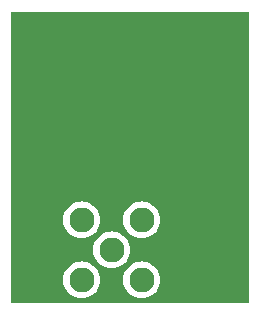
<source format=gbr>
%TF.GenerationSoftware,KiCad,Pcbnew,7.0.8*%
%TF.CreationDate,2024-07-12T13:32:42-07:00*%
%TF.ProjectId,RFBackscatterV1,52464261-636b-4736-9361-747465725631,rev?*%
%TF.SameCoordinates,Original*%
%TF.FileFunction,Copper,L2,Bot*%
%TF.FilePolarity,Positive*%
%FSLAX46Y46*%
G04 Gerber Fmt 4.6, Leading zero omitted, Abs format (unit mm)*
G04 Created by KiCad (PCBNEW 7.0.8) date 2024-07-12 13:32:42*
%MOMM*%
%LPD*%
G01*
G04 APERTURE LIST*
%TA.AperFunction,ComponentPad*%
%ADD10C,2.108200*%
%TD*%
%TA.AperFunction,ViaPad*%
%ADD11C,0.800000*%
%TD*%
G04 APERTURE END LIST*
D10*
%TO.P,J1,1,1*%
%TO.N,Net-(C1-Pad2)*%
X170180000Y-92417900D03*
%TO.P,J1,2,2*%
%TO.N,Net-(C3-Pad2)*%
X172720000Y-94957900D03*
%TO.P,J1,3,3*%
X172720000Y-89877900D03*
%TO.P,J1,4,4*%
X167640000Y-89877900D03*
%TO.P,J1,5,5*%
X167640000Y-94957900D03*
%TD*%
D11*
%TO.N,GND*%
X170750000Y-86950000D03*
X173300000Y-79100000D03*
X172700000Y-83000000D03*
%TD*%
%TA.AperFunction,Conductor*%
%TO.N,GND*%
G36*
X181742539Y-72270185D02*
G01*
X181788294Y-72322989D01*
X181799500Y-72374500D01*
X181799500Y-96775500D01*
X181779815Y-96842539D01*
X181727011Y-96888294D01*
X181675500Y-96899500D01*
X161774500Y-96899500D01*
X161707461Y-96879815D01*
X161661706Y-96827011D01*
X161650500Y-96775500D01*
X161650500Y-94957900D01*
X166080593Y-94957900D01*
X166099792Y-95201848D01*
X166156915Y-95439783D01*
X166156915Y-95439784D01*
X166250555Y-95665852D01*
X166250557Y-95665855D01*
X166378409Y-95874490D01*
X166378410Y-95874493D01*
X166378413Y-95874496D01*
X166537333Y-96060567D01*
X166681370Y-96183587D01*
X166723406Y-96219489D01*
X166723409Y-96219490D01*
X166932044Y-96347342D01*
X166932047Y-96347344D01*
X167158116Y-96440984D01*
X167362301Y-96490004D01*
X167396055Y-96498108D01*
X167640000Y-96517307D01*
X167883945Y-96498108D01*
X168121883Y-96440984D01*
X168121884Y-96440984D01*
X168347952Y-96347344D01*
X168347953Y-96347343D01*
X168347956Y-96347342D01*
X168556596Y-96219487D01*
X168742667Y-96060567D01*
X168901587Y-95874496D01*
X169029442Y-95665856D01*
X169123084Y-95439783D01*
X169180208Y-95201845D01*
X169199407Y-94957900D01*
X171160593Y-94957900D01*
X171179792Y-95201848D01*
X171236915Y-95439783D01*
X171236915Y-95439784D01*
X171330555Y-95665852D01*
X171330557Y-95665855D01*
X171458409Y-95874490D01*
X171458410Y-95874493D01*
X171458413Y-95874496D01*
X171617333Y-96060567D01*
X171761370Y-96183587D01*
X171803406Y-96219489D01*
X171803409Y-96219490D01*
X172012044Y-96347342D01*
X172012047Y-96347344D01*
X172238116Y-96440984D01*
X172442301Y-96490004D01*
X172476055Y-96498108D01*
X172720000Y-96517307D01*
X172963945Y-96498108D01*
X173201883Y-96440984D01*
X173201884Y-96440984D01*
X173427952Y-96347344D01*
X173427953Y-96347343D01*
X173427956Y-96347342D01*
X173636596Y-96219487D01*
X173822667Y-96060567D01*
X173981587Y-95874496D01*
X174109442Y-95665856D01*
X174203084Y-95439783D01*
X174260208Y-95201845D01*
X174279407Y-94957900D01*
X174260208Y-94713955D01*
X174203084Y-94476017D01*
X174203084Y-94476016D01*
X174203084Y-94476015D01*
X174109444Y-94249947D01*
X174109442Y-94249944D01*
X173981590Y-94041309D01*
X173981589Y-94041306D01*
X173926927Y-93977306D01*
X173822667Y-93855233D01*
X173699645Y-93750162D01*
X173636593Y-93696310D01*
X173636590Y-93696309D01*
X173427955Y-93568457D01*
X173427952Y-93568455D01*
X173201883Y-93474815D01*
X172963948Y-93417692D01*
X172720000Y-93398493D01*
X172476051Y-93417692D01*
X172238116Y-93474815D01*
X172238115Y-93474815D01*
X172012047Y-93568455D01*
X172012044Y-93568457D01*
X171803409Y-93696309D01*
X171803406Y-93696310D01*
X171617333Y-93855233D01*
X171458410Y-94041306D01*
X171458409Y-94041309D01*
X171330557Y-94249944D01*
X171330555Y-94249947D01*
X171236915Y-94476015D01*
X171236915Y-94476016D01*
X171179792Y-94713951D01*
X171160593Y-94957900D01*
X169199407Y-94957900D01*
X169180208Y-94713955D01*
X169123084Y-94476017D01*
X169123084Y-94476016D01*
X169123084Y-94476015D01*
X169029444Y-94249947D01*
X169029442Y-94249944D01*
X168901590Y-94041309D01*
X168901589Y-94041306D01*
X168846927Y-93977306D01*
X168742667Y-93855233D01*
X168619645Y-93750162D01*
X168556593Y-93696310D01*
X168556590Y-93696309D01*
X168347955Y-93568457D01*
X168347952Y-93568455D01*
X168121883Y-93474815D01*
X167883948Y-93417692D01*
X167640000Y-93398493D01*
X167396051Y-93417692D01*
X167158116Y-93474815D01*
X167158115Y-93474815D01*
X166932047Y-93568455D01*
X166932044Y-93568457D01*
X166723409Y-93696309D01*
X166723406Y-93696310D01*
X166537333Y-93855233D01*
X166378410Y-94041306D01*
X166378409Y-94041309D01*
X166250557Y-94249944D01*
X166250555Y-94249947D01*
X166156915Y-94476015D01*
X166156915Y-94476016D01*
X166099792Y-94713951D01*
X166080593Y-94957900D01*
X161650500Y-94957900D01*
X161650500Y-92417900D01*
X168620593Y-92417900D01*
X168639792Y-92661848D01*
X168696915Y-92899783D01*
X168696915Y-92899784D01*
X168790555Y-93125852D01*
X168790557Y-93125855D01*
X168918409Y-93334490D01*
X168918410Y-93334493D01*
X168918413Y-93334496D01*
X169077333Y-93520567D01*
X169221370Y-93643587D01*
X169263406Y-93679489D01*
X169263408Y-93679489D01*
X169472044Y-93807342D01*
X169472047Y-93807344D01*
X169698116Y-93900984D01*
X169902301Y-93950004D01*
X169936055Y-93958108D01*
X170180000Y-93977307D01*
X170423945Y-93958108D01*
X170661883Y-93900984D01*
X170661884Y-93900984D01*
X170887952Y-93807344D01*
X170887953Y-93807343D01*
X170887956Y-93807342D01*
X171096596Y-93679487D01*
X171282667Y-93520567D01*
X171441587Y-93334496D01*
X171569442Y-93125856D01*
X171663084Y-92899783D01*
X171720208Y-92661845D01*
X171739407Y-92417900D01*
X171720208Y-92173955D01*
X171663084Y-91936017D01*
X171663084Y-91936016D01*
X171663084Y-91936015D01*
X171569444Y-91709947D01*
X171569442Y-91709944D01*
X171441590Y-91501309D01*
X171441589Y-91501306D01*
X171386927Y-91437306D01*
X171282667Y-91315233D01*
X171159645Y-91210162D01*
X171096593Y-91156310D01*
X171096590Y-91156309D01*
X170887955Y-91028457D01*
X170887952Y-91028455D01*
X170661883Y-90934815D01*
X170423948Y-90877692D01*
X170180000Y-90858493D01*
X169936051Y-90877692D01*
X169698116Y-90934815D01*
X169698115Y-90934815D01*
X169472047Y-91028455D01*
X169472044Y-91028457D01*
X169263409Y-91156309D01*
X169263406Y-91156310D01*
X169077333Y-91315233D01*
X168918410Y-91501306D01*
X168918409Y-91501309D01*
X168790557Y-91709944D01*
X168790555Y-91709947D01*
X168696915Y-91936015D01*
X168696915Y-91936016D01*
X168639792Y-92173951D01*
X168620593Y-92417900D01*
X161650500Y-92417900D01*
X161650500Y-89877900D01*
X166080593Y-89877900D01*
X166099792Y-90121848D01*
X166156915Y-90359783D01*
X166156915Y-90359784D01*
X166250555Y-90585852D01*
X166250557Y-90585855D01*
X166378409Y-90794490D01*
X166378410Y-90794493D01*
X166378413Y-90794496D01*
X166537333Y-90980567D01*
X166681370Y-91103587D01*
X166723406Y-91139489D01*
X166723408Y-91139489D01*
X166932044Y-91267342D01*
X166932047Y-91267344D01*
X167158116Y-91360984D01*
X167362301Y-91410004D01*
X167396055Y-91418108D01*
X167640000Y-91437307D01*
X167883945Y-91418108D01*
X168121883Y-91360984D01*
X168121884Y-91360984D01*
X168347952Y-91267344D01*
X168347953Y-91267343D01*
X168347956Y-91267342D01*
X168556596Y-91139487D01*
X168742667Y-90980567D01*
X168901587Y-90794496D01*
X169029442Y-90585856D01*
X169123084Y-90359783D01*
X169180208Y-90121845D01*
X169199407Y-89877900D01*
X171160593Y-89877900D01*
X171179792Y-90121848D01*
X171236915Y-90359783D01*
X171236915Y-90359784D01*
X171330555Y-90585852D01*
X171330557Y-90585855D01*
X171458409Y-90794490D01*
X171458410Y-90794493D01*
X171458413Y-90794496D01*
X171617333Y-90980567D01*
X171761370Y-91103587D01*
X171803406Y-91139489D01*
X171803408Y-91139489D01*
X172012044Y-91267342D01*
X172012047Y-91267344D01*
X172238116Y-91360984D01*
X172442301Y-91410004D01*
X172476055Y-91418108D01*
X172720000Y-91437307D01*
X172963945Y-91418108D01*
X173201883Y-91360984D01*
X173201884Y-91360984D01*
X173427952Y-91267344D01*
X173427953Y-91267343D01*
X173427956Y-91267342D01*
X173636596Y-91139487D01*
X173822667Y-90980567D01*
X173981587Y-90794496D01*
X174109442Y-90585856D01*
X174203084Y-90359783D01*
X174260208Y-90121845D01*
X174279407Y-89877900D01*
X174260208Y-89633955D01*
X174203084Y-89396017D01*
X174203084Y-89396016D01*
X174203084Y-89396015D01*
X174109444Y-89169947D01*
X174109442Y-89169944D01*
X173981590Y-88961309D01*
X173981589Y-88961306D01*
X173945687Y-88919270D01*
X173822667Y-88775233D01*
X173699645Y-88670162D01*
X173636593Y-88616310D01*
X173636590Y-88616309D01*
X173427955Y-88488457D01*
X173427952Y-88488455D01*
X173201883Y-88394815D01*
X172963948Y-88337692D01*
X172720000Y-88318493D01*
X172476051Y-88337692D01*
X172238116Y-88394815D01*
X172238115Y-88394815D01*
X172012047Y-88488455D01*
X172012044Y-88488457D01*
X171803409Y-88616309D01*
X171803406Y-88616310D01*
X171617333Y-88775233D01*
X171458410Y-88961306D01*
X171458409Y-88961309D01*
X171330557Y-89169944D01*
X171330555Y-89169947D01*
X171236915Y-89396015D01*
X171236915Y-89396016D01*
X171179792Y-89633951D01*
X171160593Y-89877900D01*
X169199407Y-89877900D01*
X169180208Y-89633955D01*
X169123084Y-89396017D01*
X169123084Y-89396016D01*
X169123084Y-89396015D01*
X169029444Y-89169947D01*
X169029442Y-89169944D01*
X168901590Y-88961309D01*
X168901589Y-88961306D01*
X168865687Y-88919270D01*
X168742667Y-88775233D01*
X168619645Y-88670162D01*
X168556593Y-88616310D01*
X168556590Y-88616309D01*
X168347955Y-88488457D01*
X168347952Y-88488455D01*
X168121883Y-88394815D01*
X167883948Y-88337692D01*
X167640000Y-88318493D01*
X167396051Y-88337692D01*
X167158116Y-88394815D01*
X167158115Y-88394815D01*
X166932047Y-88488455D01*
X166932044Y-88488457D01*
X166723409Y-88616309D01*
X166723406Y-88616310D01*
X166537333Y-88775233D01*
X166378410Y-88961306D01*
X166378409Y-88961309D01*
X166250557Y-89169944D01*
X166250555Y-89169947D01*
X166156915Y-89396015D01*
X166156915Y-89396016D01*
X166099792Y-89633951D01*
X166080593Y-89877900D01*
X161650500Y-89877900D01*
X161650500Y-72374500D01*
X161670185Y-72307461D01*
X161722989Y-72261706D01*
X161774500Y-72250500D01*
X181675500Y-72250500D01*
X181742539Y-72270185D01*
G37*
%TD.AperFunction*%
%TD*%
M02*

</source>
